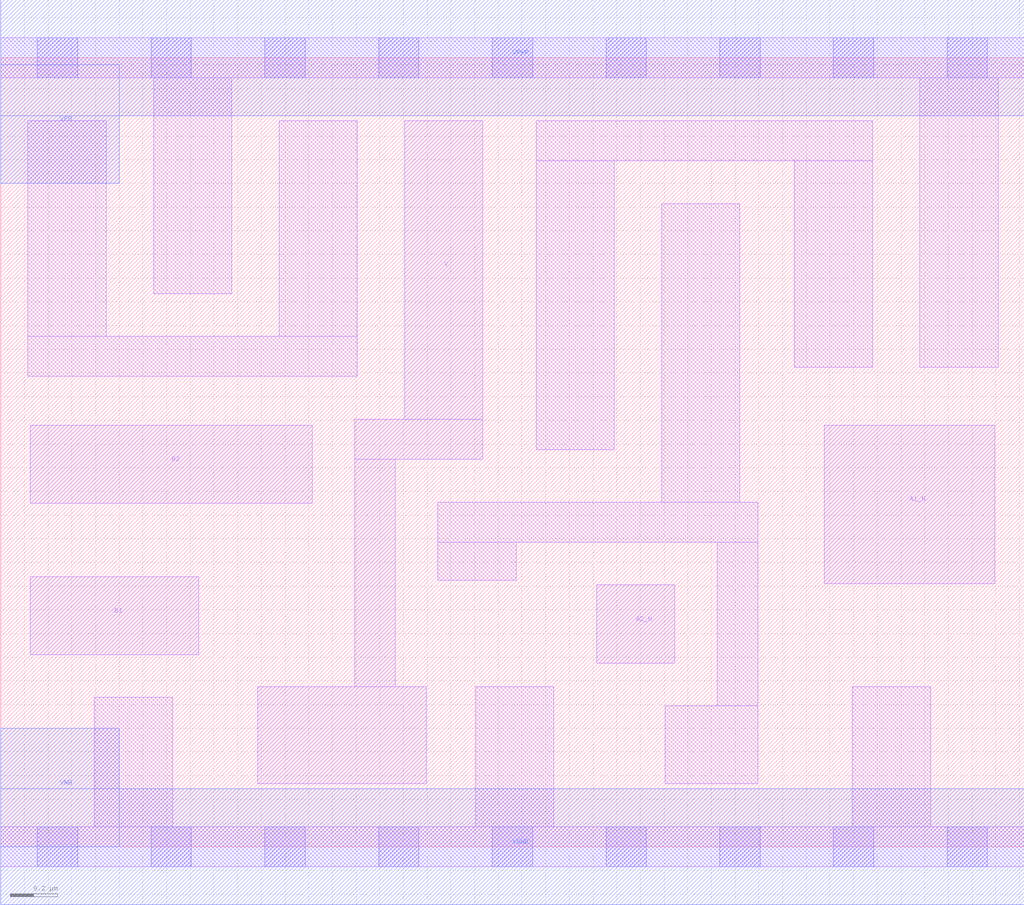
<source format=lef>
# Copyright 2020 The SkyWater PDK Authors
#
# Licensed under the Apache License, Version 2.0 (the "License");
# you may not use this file except in compliance with the License.
# You may obtain a copy of the License at
#
#     https://www.apache.org/licenses/LICENSE-2.0
#
# Unless required by applicable law or agreed to in writing, software
# distributed under the License is distributed on an "AS IS" BASIS,
# WITHOUT WARRANTIES OR CONDITIONS OF ANY KIND, either express or implied.
# See the License for the specific language governing permissions and
# limitations under the License.
#
# SPDX-License-Identifier: Apache-2.0

VERSION 5.5 ;
NAMESCASESENSITIVE ON ;
BUSBITCHARS "[]" ;
DIVIDERCHAR "/" ;
MACRO sky130_fd_sc_lp__a2bb2oi_lp
  CLASS CORE ;
  SOURCE USER ;
  ORIGIN  0.000000  0.000000 ;
  SIZE  4.320000 BY  3.330000 ;
  SYMMETRY X Y R90 ;
  SITE unit ;
  PIN A1_N
    ANTENNAGATEAREA  0.376000 ;
    DIRECTION INPUT ;
    USE SIGNAL ;
    PORT
      LAYER li1 ;
        RECT 3.475000 1.110000 4.195000 1.780000 ;
    END
  END A1_N
  PIN A2_N
    ANTENNAGATEAREA  0.376000 ;
    DIRECTION INPUT ;
    USE SIGNAL ;
    PORT
      LAYER li1 ;
        RECT 2.515000 0.775000 2.845000 1.105000 ;
    END
  END A2_N
  PIN B1
    ANTENNAGATEAREA  0.313000 ;
    DIRECTION INPUT ;
    USE SIGNAL ;
    PORT
      LAYER li1 ;
        RECT 0.125000 0.810000 0.835000 1.140000 ;
    END
  END B1
  PIN B2
    ANTENNAGATEAREA  0.313000 ;
    DIRECTION INPUT ;
    USE SIGNAL ;
    PORT
      LAYER li1 ;
        RECT 0.125000 1.450000 1.315000 1.780000 ;
    END
  END B2
  PIN Y
    ANTENNADIFFAREA  0.397600 ;
    DIRECTION OUTPUT ;
    USE SIGNAL ;
    PORT
      LAYER li1 ;
        RECT 1.085000 0.265000 1.795000 0.675000 ;
        RECT 1.495000 0.675000 1.665000 1.635000 ;
        RECT 1.495000 1.635000 2.035000 1.805000 ;
        RECT 1.705000 1.805000 2.035000 3.065000 ;
    END
  END Y
  PIN VGND
    DIRECTION INOUT ;
    USE GROUND ;
    PORT
      LAYER met1 ;
        RECT 0.000000 -0.245000 4.320000 0.245000 ;
    END
  END VGND
  PIN VNB
    DIRECTION INOUT ;
    USE GROUND ;
    PORT
      LAYER met1 ;
        RECT 0.000000 0.000000 0.500000 0.500000 ;
    END
  END VNB
  PIN VPB
    DIRECTION INOUT ;
    USE POWER ;
    PORT
      LAYER met1 ;
        RECT 0.000000 2.800000 0.500000 3.300000 ;
    END
  END VPB
  PIN VPWR
    DIRECTION INOUT ;
    USE POWER ;
    PORT
      LAYER met1 ;
        RECT 0.000000 3.085000 4.320000 3.575000 ;
    END
  END VPWR
  OBS
    LAYER li1 ;
      RECT 0.000000 -0.085000 4.320000 0.085000 ;
      RECT 0.000000  3.245000 4.320000 3.415000 ;
      RECT 0.115000  1.985000 1.505000 2.155000 ;
      RECT 0.115000  2.155000 0.445000 3.065000 ;
      RECT 0.395000  0.085000 0.725000 0.630000 ;
      RECT 0.645000  2.335000 0.975000 3.245000 ;
      RECT 1.175000  2.155000 1.505000 3.065000 ;
      RECT 1.845000  1.125000 2.175000 1.285000 ;
      RECT 1.845000  1.285000 3.195000 1.455000 ;
      RECT 2.005000  0.085000 2.335000 0.675000 ;
      RECT 2.260000  1.675000 2.590000 2.895000 ;
      RECT 2.260000  2.895000 3.680000 3.065000 ;
      RECT 2.790000  1.455000 3.120000 2.715000 ;
      RECT 2.805000  0.265000 3.195000 0.595000 ;
      RECT 3.025000  0.595000 3.195000 1.285000 ;
      RECT 3.350000  2.025000 3.680000 2.895000 ;
      RECT 3.595000  0.085000 3.925000 0.675000 ;
      RECT 3.880000  2.025000 4.210000 3.245000 ;
    LAYER mcon ;
      RECT 0.155000 -0.085000 0.325000 0.085000 ;
      RECT 0.155000  3.245000 0.325000 3.415000 ;
      RECT 0.635000 -0.085000 0.805000 0.085000 ;
      RECT 0.635000  3.245000 0.805000 3.415000 ;
      RECT 1.115000 -0.085000 1.285000 0.085000 ;
      RECT 1.115000  3.245000 1.285000 3.415000 ;
      RECT 1.595000 -0.085000 1.765000 0.085000 ;
      RECT 1.595000  3.245000 1.765000 3.415000 ;
      RECT 2.075000 -0.085000 2.245000 0.085000 ;
      RECT 2.075000  3.245000 2.245000 3.415000 ;
      RECT 2.555000 -0.085000 2.725000 0.085000 ;
      RECT 2.555000  3.245000 2.725000 3.415000 ;
      RECT 3.035000 -0.085000 3.205000 0.085000 ;
      RECT 3.035000  3.245000 3.205000 3.415000 ;
      RECT 3.515000 -0.085000 3.685000 0.085000 ;
      RECT 3.515000  3.245000 3.685000 3.415000 ;
      RECT 3.995000 -0.085000 4.165000 0.085000 ;
      RECT 3.995000  3.245000 4.165000 3.415000 ;
  END
END sky130_fd_sc_lp__a2bb2oi_lp

</source>
